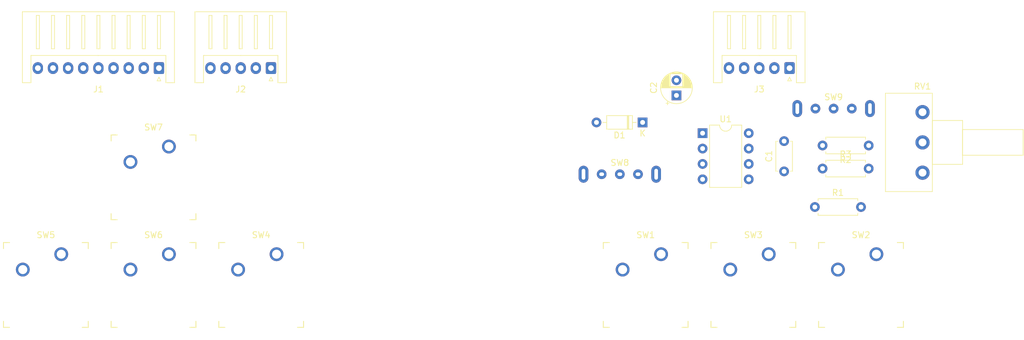
<source format=kicad_pcb>
(kicad_pcb (version 20240108) (generator "pcbnew") (generator_version "8.0")
  (layers (0 "F.Cu" signal) (31 "B.Cu" signal) (34 "B.Paste" user) (35 "F.Paste" user) (36 "B.SilkS" user "B.Silkscreen") (37 "F.SilkS" user "F.Silkscreen") (38 "B.Mask" user) (39 "F.Mask" user) (44 "Edge.Cuts" user))
  (net 0 "")
  (net 1 "Net-(U1-CV)")
  (net 2 "GND_F")
  (net 3 "Net-(U1-THR)")
  (net 4 "Net-(D1-A)")
  (net 5 "/AUTOFIRE")
  (net 6 "/FIRE_D")
  (net 7 "VCC_D")
  (net 8 "/DOWN")
  (net 9 "GND_D")
  (net 10 "/RIGHT")
  (net 11 "/A_D")
  (net 12 "/LEFT")
  (net 13 "/UP")
  (net 14 "Net-(SW9-B)")
  (net 15 "Net-(R1-Pad1)")
  (net 16 "Net-(R3-Pad2)")
  (net 18 "Net-(SW8-B)")
  (net 20 "/B_D")
  (net 21 "VCC_F")
  (net 22 "/B_F")
  (net 23 "/A_F")
  (net 24 "/FIRE_F")
  (footprint "Kailh:SW_MX" (layer "F.Cu") (at 50.8 86.36)
    (property "Reference" "SW5" (at 0 -8.255 0) (layer "F.SilkS"))
    (property "Value" "LEFT_BTN")
    (fp_line (start -7 -6) (end -7 -7) (stroke (width 0.15)) (layer "F.SilkS"))
    (fp_line (start -7 7) (end -7 6) (stroke (width 0.15)) (layer "F.SilkS"))
    (fp_line (start -7 7) (end -6 7) (stroke (width 0.15)) (layer "F.SilkS"))
    (fp_line (start -6 -7) (end -7 -7) (stroke (width 0.15)) (layer "F.SilkS"))
    (fp_line (start 6 7) (end 7 7) (stroke (width 0.15)) (layer "F.SilkS"))
    (fp_line (start 7 -7) (end 6 -7) (stroke (width 0.15)) (layer "F.SilkS"))
    (fp_line (start 7 -7) (end 7 -6) (stroke (width 0.15)) (layer "F.SilkS"))
    (fp_line (start 7 6) (end 7 7) (stroke (width 0.15)) (layer "F.SilkS"))
    (pad "" np_thru_hole circle (at -5.08 0) (size 1.7018 1.7018) (drill 1.7018) (layers "*.Cu" "*.Mask"))
    (pad "" np_thru_hole circle (at 0 0) (size 3.9878 3.9878) (drill 3.9878) (layers "*.Cu" "*.Mask"))
    (pad "" np_thru_hole circle (at 5.08 0) (size 1.7018 1.7018) (drill 1.7018) (layers "*.Cu" "*.Mask"))
    (pad "1" thru_hole circle (at 2.54 -5.08) (size 2.286 2.286) (drill 1.4986) (layers "*.Cu" "*.Mask") (net 12 "/LEFT"))
    (pad "2" thru_hole circle (at -3.81 -2.54) (size 2.286 2.286) (drill 1.4986) (layers "*.Cu" "*.Mask") (net 9 "GND_D"))
  )
  (footprint "Connector_JST:JST_XH_S5B-XH-A_1x05_P2.50mm_Horizontal" (layer "F.Cu") (at 173.616 50.546 180)
    (property "Reference" "J3" (at 5 -3.5 360) (layer "F.SilkS"))
    (property "Value" "CONN_F")
    (fp_line (start 12.56 9.31) (end 12.56 -2.41) (stroke (width 0.12)) (layer "F.SilkS"))
    (fp_line (start 12.56 -2.41) (end 11.14 -2.41) (stroke (width 0.12)) (layer "F.SilkS"))
    (fp_line (start 11.14 2.09) (end 5 2.09) (stroke (width 0.12)) (layer "F.SilkS"))
    (fp_line (start 11.14 -2.41) (end 11.14 2.09) (stroke (width 0.12)) (layer "F.SilkS"))
    (fp_line (start 10.25 8.7) (end 10.25 3.2) (stroke (width 0.12)) (layer "F.SilkS"))
    (fp_line (start 10.25 3.2) (end 9.75 3.2) (stroke (width 0.12)) (layer "F.SilkS"))
    (fp_line (start 9.75 8.7) (end 10.25 8.7) (stroke (width 0.12)) (layer "F.SilkS"))
    (fp_line (start 9.75 3.2) (end 9.75 8.7) (stroke (width 0.12)) (layer "F.SilkS"))
    (fp_line (start 7.75 8.7) (end 7.75 3.2) (stroke (width 0.12)) (layer "F.SilkS"))
    (fp_line (start 7.75 3.2) (end 7.25 3.2) (stroke (width 0.12)) (layer "F.SilkS"))
    (fp_line (start 7.25 8.7) (end 7.75 8.7) (stroke (width 0.12)) (layer "F.SilkS"))
    (fp_line (start 7.25 3.2) (end 7.25 8.7) (stroke (width 0.12)) (layer "F.SilkS"))
    (fp_line (start 5.25 8.7) (end 5.25 3.2) (stroke (width 0.12)) (layer "F.SilkS"))
    (fp_line (start 5.25 3.2) (end 4.75 3.2) (stroke (width 0.12)) (layer "F.SilkS"))
    (fp_line (start 5 9.31) (end 12.56 9.31) (stroke (width 0.12)) (layer "F.SilkS"))
    (fp_line (start 5 9.31) (end -2.56 9.31) (stroke (width 0.12)) (layer "F.SilkS"))
    (fp_line (start 4.75 8.7) (end 5.25 8.7) (stroke (width 0.12)) (layer "F.SilkS"))
    (fp_line (start 4.75 3.2) (end 4.75 8.7) (stroke (width 0.12)) (layer "F.SilkS"))
    (fp_line (start 2.75 8.7) (end 2.75 3.2) (stroke (width 0.12)) (layer "F.SilkS"))
    (fp_line (start 2.75 3.2) (end 2.25 3.2) (stroke (width 0.12)) (layer "F.SilkS"))
    (fp_line (start 2.25 8.7) (end 2.75 8.7) (stroke (width 0.12)) (layer "F.SilkS"))
    (fp_line (start 2.25 3.2) (end 2.25 8.7) (stroke (width 0.12)) (layer "F.SilkS"))
    (fp_line (start 0.3 -2.1) (end 0 -1.5) (stroke (width 0.12)) (layer "F.SilkS"))
    (fp_line (start 0.25 8.7) (end 0.25 3.2) (stroke (width 0.12)) (layer "F.SilkS"))
    (fp_line (start 0.25 3.2) (end -0.25 3.2) (stroke (width 0.12)) (layer "F.SilkS"))
    (fp_line (start 0 -1.5) (end -0.3 -2.1) (stroke (width 0.12)) (layer "F.SilkS"))
    (fp_line (start -0.25 8.7) (end 0.25 8.7) (stroke (width 0.12)) (layer "F.SilkS"))
    (fp_line (start -0.25 3.2) (end -0.25 8.7) (stroke (width 0.12)) (layer "F.SilkS"))
    (fp_line (start -0.3 -2.1) (end 0.3 -2.1) (stroke (width 0.12)) (layer "F.SilkS"))
    (fp_line (start -1.14 2.09) (end 5 2.09) (stroke (width 0.12)) (layer "F.SilkS"))
    (fp_line (start -1.14 -2.41) (end -1.14 2.09) (stroke (width 0.12)) (layer "F.SilkS"))
    (fp_line (start -2.56 9.31) (end -2.56 -2.41) (stroke (width 0.12)) (layer "F.SilkS"))
    (fp_line (start -2.56 -2.41) (end -1.14 -2.41) (stroke (width 0.12)) (layer "F.SilkS"))
    (pad "1" thru_hole roundrect (at 0 0 180) (size 1.7 1.95) (drill 0.95) (layers "*.Cu" "*.Mask") (roundrect_rratio 0.147059) (net 24 "/FIRE_F"))
    (pad "2" thru_hole oval (at 2.5 0 180) (size 1.7 1.95) (drill 0.95) (layers "*.Cu" "*.Mask") (net 22 "/B_F"))
    (pad "3" thru_hole oval (at 5 0 180) (size 1.7 1.95) (drill 0.95) (layers "*.Cu" "*.Mask") (net 23 "/A_F"))
    (pad "4" thru_hole oval (at 7.5 0 180) (size 1.7 1.95) (drill 0.95) (layers "*.Cu" "*.Mask") (net 21 "VCC_F"))
    (pad "5" thru_hole oval (at 10 0 180) (size 1.7 1.95) (drill 0.95) (layers "*.Cu" "*.Mask") (net 2 "GND_F"))
  )
  (footprint "Kailh:SW_MX" (layer "F.Cu") (at 149.86 86.36)
    (property "Reference" "SW1" (at 0 -8.255 0) (layer "F.SilkS"))
    (property "Value" "FIRE_BTN")
    (fp_line (start -7 -6) (end -7 -7) (stroke (width 0.15)) (layer "F.SilkS"))
    (fp_line (start -7 7) (end -7 6) (stroke (width 0.15)) (layer "F.SilkS"))
    (fp_line (start -7 7) (end -6 7) (stroke (width 0.15)) (layer "F.SilkS"))
    (fp_line (start -6 -7) (end -7 -7) (stroke (width 0.15)) (layer "F.SilkS"))
    (fp_line (start 6 7) (end 7 7) (stroke (width 0.15)) (layer "F.SilkS"))
    (fp_line (start 7 -7) (end 6 -7) (stroke (width 0.15)) (layer "F.SilkS"))
    (fp_line (start 7 -7) (end 7 -6) (stroke (width 0.15)) (layer "F.SilkS"))
    (fp_line (start 7 6) (end 7 7) (stroke (width 0.15)) (layer "F.SilkS"))
    (pad "" np_thru_hole circle (at -5.08 0) (size 1.7018 1.7018) (drill 1.7018) (layers "*.Cu" "*.Mask"))
    (pad "" np_thru_hole circle (at 0 0) (size 3.9878 3.9878) (drill 3.9878) (layers "*.Cu" "*.Mask"))
    (pad "" np_thru_hole circle (at 5.08 0) (size 1.7018 1.7018) (drill 1.7018) (layers "*.Cu" "*.Mask"))
    (pad "1" thru_hole circle (at 2.54 -5.08) (size 2.286 2.286) (drill 1.4986) (layers "*.Cu" "*.Mask") (net 24 "/FIRE_F"))
    (pad "2" thru_hole circle (at -3.81 -2.54) (size 2.286 2.286) (drill 1.4986) (layers "*.Cu" "*.Mask") (net 18 "Net-(SW8-B)"))
  )
  (footprint "Kailh:SW_MX" (layer "F.Cu") (at 68.58 68.58)
    (property "Reference" "SW7" (at 0 -8.255 0) (layer "F.SilkS"))
    (property "Value" "UP_BTN")
    (fp_line (start -7 -6) (end -7 -7) (stroke (width 0.15)) (layer "F.SilkS"))
    (fp_line (start -7 7) (end -7 6) (stroke (width 0.15)) (layer "F.SilkS"))
    (fp_line (start -7 7) (end -6 7) (stroke (width 0.15)) (layer "F.SilkS"))
    (fp_line (start -6 -7) (end -7 -7) (stroke (width 0.15)) (layer "F.SilkS"))
    (fp_line (start 6 7) (end 7 7) (stroke (width 0.15)) (layer "F.SilkS"))
    (fp_line (start 7 -7) (end 6 -7) (stroke (width 0.15)) (layer "F.SilkS"))
    (fp_line (start 7 -7) (end 7 -6) (stroke (width 0.15)) (layer "F.SilkS"))
    (fp_line (start 7 6) (end 7 7) (stroke (width 0.15)) (layer "F.SilkS"))
    (pad "" np_thru_hole circle (at -5.08 0) (size 1.7018 1.7018) (drill 1.7018) (layers "*.Cu" "*.Mask"))
    (pad "" np_thru_hole circle (at 0 0) (size 3.9878 3.9878) (drill 3.9878) (layers "*.Cu" "*.Mask"))
    (pad "" np_thru_hole circle (at 5.08 0) (size 1.7018 1.7018) (drill 1.7018) (layers "*.Cu" "*.Mask"))
    (pad "1" thru_hole circle (at 2.54 -5.08) (size 2.286 2.286) (drill 1.4986) (layers "*.Cu" "*.Mask") (net 13 "/UP"))
    (pad "2" thru_hole circle (at -3.81 -2.54) (size 2.286 2.286) (drill 1.4986) (layers "*.Cu" "*.Mask") (net 9 "GND_D"))
  )
  (footprint "Connector_JST:JST_XH_S9B-XH-A_1x09_P2.50mm_Horizontal" (layer "F.Cu") (at 69.476 50.546 180)
    (property "Reference" "J1" (at 10 -3.5 0) (layer "F.SilkS"))
    (property "Value" "JOYPORT_OUT")
    (fp_line (start 22.56 9.31) (end 22.56 -2.41) (stroke (width 0.12)) (layer "F.SilkS"))
    (fp_line (start 22.56 -2.41) (end 21.14 -2.41) (stroke (width 0.12)) (layer "F.SilkS"))
    (fp_line (start 21.14 2.09) (end 10 2.09) (stroke (width 0.12)) (layer "F.SilkS"))
    (fp_line (start 21.14 -2.41) (end 21.14 2.09) (stroke (width 0.12)) (layer "F.SilkS"))
    (fp_line (start 20.25 8.7) (end 20.25 3.2) (stroke (width 0.12)) (layer "F.SilkS"))
    (fp_line (start 20.25 3.2) (end 19.75 3.2) (stroke (width 0.12)) (layer "F.SilkS"))
    (fp_line (start 19.75 8.7) (end 20.25 8.7) (stroke (width 0.12)) (layer "F.SilkS"))
    (fp_line (start 19.75 3.2) (end 19.75 8.7) (stroke (width 0.12)) (layer "F.SilkS"))
    (fp_line (start 17.75 8.7) (end 17.75 3.2) (stroke (width 0.12)) (layer "F.SilkS"))
    (fp_line (start 17.75 3.2) (end 17.25 3.2) (stroke (width 0.12)) (layer "F.SilkS"))
    (fp_line (start 17.25 8.7) (end 17.75 8.7) (stroke (width 0.12)) (layer "F.SilkS"))
    (fp_line (start 17.25 3.2) (end 17.25 8.7) (stroke (width 0.12)) (layer "F.SilkS"))
    (fp_line (start 15.25 8.7) (end 15.25 3.2) (stroke (width 0.12)) (layer "F.SilkS"))
    (fp_line (start 15.25 3.2) (end 14.75 3.2) (stroke (width 0.12)) (layer "F.SilkS"))
    (fp_line (start 14.75 8.7) (end 15.25 8.7) (stroke (width 0.12)) (layer "F.SilkS"))
    (fp_line (start 14.75 3.2) (end 14.75 8.7) (stroke (width 0.12)) (layer "F.SilkS"))
    (fp_line (start 12.75 8.7) (end 12.75 3.2) (stroke (width 0.12)) (layer "F.SilkS"))
    (fp_line (start 12.75 3.2) (end 12.25 3.2) (stroke (width 0.12)) (layer "F.SilkS"))
    (fp_line (start 12.25 8.7) (end 12.75 8.7) (stroke (width 0.12)) (layer "F.SilkS"))
    (fp_line (start 12.25 3.2) (end 12.25 8.7) (stroke (width 0.12)) (layer "F.SilkS"))
    (fp_line (start 10.25 8.7) (end 10.25 3.2) (stroke (width 0.12)) (layer "F.SilkS"))
    (fp_line (start 10.25 3.2) (end 9.75 3.2) (stroke (width 0.12)) (layer "F.SilkS"))
    (fp_line (start 10 9.31) (end 22.56 9.31) (stroke (width 0.12)) (layer "F.SilkS"))
    (fp_line (start 10 9.31) (end -2.56 9.31) (stroke (width 0.12)) (layer "F.SilkS"))
    (fp_line (start 9.75 8.7) (end 10.25 8.7) (stroke (width 0.12)) (layer "F.SilkS"))
    (fp_line (start 9.75 3.2) (end 9.75 8.7) (stroke (width 0.12)) (layer "F.SilkS"))
    (fp_line (start 7.75 8.7) (end 7.75 3.2) (stroke (width 0.12)) (layer "F.SilkS"))
    (fp_line (start 7.75 3.2) (end 7.25 3.2) (stroke (width 0.12)) (layer "F.SilkS"))
    (fp_line (start 7.25 8.7) (end 7.75 8.7) (stroke (width 0.12)) (layer "F.SilkS"))
    (fp_line (start 7.25 3.2) (end 7.25 8.7) (stroke (width 0.12)) (layer "F.SilkS"))
    (fp_line (start 5.25 8.7) (end 5.25 3.2) (stroke (width 0.12)) (layer "F.SilkS"))
    (fp_line (start 5.25 3.2) (end 4.75 3.2) (stroke (width 0.12)) (layer "F.SilkS"))
    (fp_line (start 4.75 8.7) (end 5.25 8.7) (stroke (width 0.12)) (layer "F.SilkS"))
    (fp_line (start 4.75 3.2) (end 4.75 8.7) (stroke (width 0.12)) (layer "F.SilkS"))
    (fp_line (start 2.75 8.7) (end 2.75 3.2) (stroke (width 0.12)) (layer "F.SilkS"))
    (fp_line (start 2.75 3.2) (end 2.25 3.2) (stroke (width 0.12)) (layer "F.SilkS"))
    (fp_line (start 2.25 8.7) (end 2.75 8.7) (stroke (width 0.12)) (layer "F.SilkS"))
    (fp_line (start 2.25 3.2) (end 2.25 8.7) (stroke (width 0.12)) (layer "F.SilkS"))
    (fp_line (start 0.3 -2.1) (end 0 -1.5) (stroke (width 0.12)) (layer "F.SilkS"))
    (fp_line (start 0.25 8.7) (end 0.25 3.2) (stroke (width 0.12)) (layer "F.SilkS"))
    (fp_line (start 0.25 3.2) (end -0.25 3.2) (stroke (width 0.12)) (layer "F.SilkS"))
    (fp_line (start 0 -1.5) (end -0.3 -2.1) (stroke (width 0.12)) (layer "F.SilkS"))
    (fp_line (start -0.25 8.7) (end 0.25 8.7) (stroke (width 0.12)) (layer "F.SilkS"))
    (fp_line (start -0.25 3.2) (end -0.25 8.7) (stroke (width 0.12)) (layer "F.SilkS"))
    (fp_line (start -0.3 -2.1) (end 0.3 -2.1) (stroke (width 0.12)) (layer "F.SilkS"))
    (fp_line (start -1.14 2.09) (end 10 2.09) (stroke (width 0.12)) (layer "F.SilkS"))
    (fp_line (start -1.14 -2.41) (end -1.14 2.09) (stroke (width 0.12)) (layer "F.SilkS"))
    (fp_line (start -2.56 9.31) (end -2.56 -2.41) (stroke (width 0.12)) (layer "F.SilkS"))
    (fp_line (start -2.56 -2.41) (end -1.14 -2.41) (stroke (width 0.12)) (layer "F.SilkS"))
    (pad "1" thru_hole roundrect (at 0 0 180) (size 1.7 1.95) (drill 0.95) (layers "*.Cu" "*.Mask") (roundrect_rratio 0.147059) (net 13 "/UP"))
    (pad "2" thru_hole oval (at 2.5 0 180) (size 1.7 1.95) (drill 0.95) (layers "*.Cu" "*.Mask") (net 8 "/DOWN"))
    (pad "3" thru_hole oval (at 5 0 180) (size 1.7 1.95) (drill 0.95) (layers "*.Cu" "*.Mask") (net 12 "/LEFT"))
    (pad "4" thru_hole oval (at 7.5 0 180) (size 1.7 1.95) (drill 0.95) (layers "*.Cu" "*.Mask") (net 10 "/RIGHT"))
    (pad "5" thru_hole oval (at 10 0 180) (size 1.7 1.95) (drill 0.95) (layers "*.Cu" "*.Mask") (net 20 "/B_D"))
    (pad "6" thru_hole oval (at 12.5 0 180) (size 1.7 1.95) (drill 0.95) (layers "*.Cu" "*.Mask") (net 6 "/FIRE_D"))
    (pad "7" thru_hole oval (at 15 0 180) (size 1.7 1.95) (drill 0.95) (layers "*.Cu" "*.Mask") (net 7 "VCC_D"))
    (pad "8" thru_hole oval (at 17.5 0 180) (size 1.7 1.95) (drill 0.95) (layers "*.Cu" "*.Mask") (net 9 "GND_D"))
    (pad "9" thru_hole oval (at 20 0 180) (size 1.7 1.95) (drill 0.95) (layers "*.Cu" "*.Mask") (net 11 "/A_D"))
  )
  (footprint "Resistor_THT:R_Axial_DIN0207_L6.3mm_D2.5mm_P7.62mm_Horizontal" (layer "F.Cu") (at 177.8 73.486)
    (property "Reference" "R1" (at 3.81 -2.37 0) (layer "F.SilkS"))
    (property "Value" "270")
    (fp_line (start 0.54 -1.37) (end 7.08 -1.37) (stroke (width 0.12)) (layer "F.SilkS"))
    (fp_line (start 0.54 -1.04) (end 0.54 -1.37) (stroke (width 0.12)) (layer "F.SilkS"))
    (fp_line (start 0.54 1.04) (end 0.54 1.37) (stroke (width 0.12)) (layer "F.SilkS"))
    (fp_line (start 0.54 1.37) (end 7.08 1.37) (stroke (width 0.12)) (layer "F.SilkS"))
    (fp_line (start 7.08 -1.37) (end 7.08 -1.04) (stroke (width 0.12)) (layer "F.SilkS"))
    (fp_line (start 7.08 1.37) (end 7.08 1.04) (stroke (width 0.12)) (layer "F.SilkS"))
    (pad "1" thru_hole circle (at 0 0) (size 1.6 1.6) (drill 0.8) (layers "*.Cu" "*.Mask") (net 15 "Net-(R1-Pad1)"))
    (pad "2" thru_hole oval (at 7.62 0) (size 1.6 1.6) (drill 0.8) (layers "*.Cu" "*.Mask") (net 14 "Net-(SW9-B)"))
  )
  (footprint "Kailh:SW_MX" (layer "F.Cu") (at 185.42 86.36)
    (property "Reference" "SW2" (at 0 -8.255 0) (layer "F.SilkS"))
    (property "Value" "B_BTN")
    (fp_line (start -7 -6) (end -7 -7) (stroke (width 0.15)) (layer "F.SilkS"))
    (fp_line (start -7 7) (end -7 6) (stroke (width 0.15)) (layer "F.SilkS"))
    (fp_line (start -7 7) (end -6 7) (stroke (width 0.15)) (layer "F.SilkS"))
    (fp_line (start -6 -7) (end -7 -7) (stroke (width 0.15)) (layer "F.SilkS"))
    (fp_line (start 6 7) (end 7 7) (stroke (width 0.15)) (layer "F.SilkS"))
    (fp_line (start 7 -7) (end 6 -7) (stroke (width 0.15)) (layer "F.SilkS"))
    (fp_line (start 7 -7) (end 7 -6) (stroke (width 0.15)) (layer "F.SilkS"))
    (fp_line (start 7 6) (end 7 7) (stroke (width 0.15)) (layer "F.SilkS"))
    (pad "" np_thru_hole circle (at -5.08 0) (size 1.7018 1.7018) (drill 1.7018) (layers "*.Cu" "*.Mask"))
    (pad "" np_thru_hole circle (at 0 0) (size 3.9878 3.9878) (drill 3.9878) (layers "*.Cu" "*.Mask"))
    (pad "" np_thru_hole circle (at 5.08 0) (size 1.7018 1.7018) (drill 1.7018) (layers "*.Cu" "*.Mask"))
    (pad "1" thru_hole circle (at 2.54 -5.08) (size 2.286 2.286) (drill 1.4986) (layers "*.Cu" "*.Mask") (net 22 "/B_F"))
    (pad "2" thru_hole circle (at -3.81 -2.54) (size 2.286 2.286) (drill 1.4986) (layers "*.Cu" "*.Mask") (net 15 "Net-(R1-Pad1)"))
  )
  (footprint "Amiga Joyboard:SS12T44_SLIDER_SWITCH_SPDT" (layer "F.Cu") (at 145.59 68.072)
    (property "Reference" "SW8" (at 0 -1.9 0) (layer "F.SilkS"))
    (property "Value" "AUTOFIRE_SW")
    (pad "" thru_hole oval (at -6 0) (size 1.6 2.8) (drill oval 0.6 1.8) (layers "*.Cu" "*.Mask"))
    (pad "" thru_hole oval (at 6 0) (size 1.6 2.8) (drill oval 0.6 1.8) (layers "*.Cu" "*.Mask"))
    (pad "1" thru_hole circle (at 0 0) (size 1.6 1.6) (drill oval 0.8 0.6) (layers "*.Cu" "*.Mask") (net 18 "Net-(SW8-B)"))
    (pad "2" thru_hole circle (at 3 0) (size 1.6 1.6) (drill oval 0.8 0.6) (layers "*.Cu" "*.Mask") (net 2 "GND_F"))
    (pad "3" thru_hole circle (at -3 0) (size 1.6 1.6) (drill oval 0.8 0.6) (layers "*.Cu" "*.Mask") (net 4 "Net-(D1-A)"))
  )
  (footprint "Potentiometer_THT:Potentiometer_Piher_T-16H_Single_Horizontal" (layer "F.Cu") (at 195.58 67.818)
    (property "Reference" "RV1" (at 0 -14.25 0) (layer "F.SilkS"))
    (property "Value" "100k_FREQ_POT")
    (fp_line (start -6.12 -13.12) (end -6.12 3.12) (stroke (width 0.12)) (layer "F.SilkS"))
    (fp_line (start -6.12 -13.12) (end 1.62 -13.12) (stroke (width 0.12)) (layer "F.SilkS"))
    (fp_line (start -6.12 3.12) (end 1.62 3.12) (stroke (width 0.12)) (layer "F.SilkS"))
    (fp_line (start 1.62 -13.12) (end 1.62 3.12) (stroke (width 0.12)) (layer "F.SilkS"))
    (fp_line (start 1.62 -8.62) (end 1.62 -1.38) (stroke (width 0.12)) (layer "F.SilkS"))
    (fp_line (start 1.62 -8.62) (end 6.62 -8.62) (stroke (width 0.12)) (layer "F.SilkS"))
    (fp_line (start 1.62 -1.38) (end 6.62 -1.38) (stroke (width 0.12)) (layer "F.SilkS"))
    (fp_line (start 6.62 -8.62) (end 6.62 -1.38) (stroke (width 0.12)) (layer "F.SilkS"))
    (fp_line (start 6.62 -7.12) (end 6.62 -2.88) (stroke (width 0.12)) (layer "F.SilkS"))
    (fp_line (start 6.62 -7.12) (end 16.62 -7.12) (stroke (width 0.12)) (layer "F.SilkS"))
    (fp_line (start 6.62 -2.88) (end 16.62 -2.88) (stroke (width 0.12)) (layer "F.SilkS"))
    (fp_line (start 16.62 -7.12) (end 16.62 -2.88) (stroke (width 0.12)) (layer "F.SilkS"))
    (pad "1" thru_hole circle (at 0 0) (size 2.34 2.34) (drill 1.3) (layers "*.Cu" "*.Mask"))
    (pad "2" thru_hole circle (at 0 -5) (size 2.34 2.34) (drill 1.3) (layers "*.Cu" "*.Mask") (net 16 "Net-(R3-Pad2)"))
    (pad "3" thru_hole circle (at 0 -10) (size 2.34 2.34) (drill 1.3) (layers "*.Cu" "*.Mask") (net 3 "Net-(U1-THR)"))
  )
  (footprint "Kailh:SW_MX" (layer "F.Cu") (at 167.64 86.36)
    (property "Reference" "SW3" (at 0 -8.255 0) (layer "F.SilkS"))
    (property "Value" "A_BTN")
    (fp_line (start -7 -6) (end -7 -7) (stroke (width 0.15)) (layer "F.SilkS"))
    (fp_line (start -7 7) (end -7 6) (stroke (width 0.15)) (layer "F.SilkS"))
    (fp_line (start -7 7) (end -6 7) (stroke (width 0.15)) (layer "F.SilkS"))
    (fp_line (start -6 -7) (end -7 -7) (stroke (width 0.15)) (layer "F.SilkS"))
    (fp_line (start 6 7) (end 7 7) (stroke (width 0.15)) (layer "F.SilkS"))
    (fp_line (start 7 -7) (end 6 -7) (stroke (width 0.15)) (layer "F.SilkS"))
    (fp_line (start 7 -7) (end 7 -6) (stroke (width 0.15)) (layer "F.SilkS"))
    (fp_line (start 7 6) (end 7 7) (stroke (width 0.15)) (layer "F.SilkS"))
    (pad "" np_thru_hole circle (at -5.08 0) (size 1.7018 1.7018) (drill 1.7018) (layers "*.Cu" "*.Mask"))
    (pad "" np_thru_hole circle (at 0 0) (size 3.9878 3.9878) (drill 3.9878) (layers "*.Cu" "*.Mask"))
    (pad "" np_thru_hole circle (at 5.08 0) (size 1.7018 1.7018) (drill 1.7018) (layers "*.Cu" "*.Mask"))
    (pad "1" thru_hole circle (at 2.54 -5.08) (size 2.286 2.286) (drill 1.4986) (layers "*.Cu" "*.Mask") (net 23 "/A_F"))
    (pad "2" thru_hole circle (at -3.81 -2.54) (size 2.286 2.286) (drill 1.4986) (layers "*.Cu" "*.Mask") (net 15 "Net-(R1-Pad1)"))
  )
  (footprint "Connector_JST:JST_XH_S5B-XH-A_1x05_P2.50mm_Horizontal" (layer "F.Cu") (at 87.978 50.546 180)
    (property "Reference" "J2" (at 5 -3.5 360) (layer "F.SilkS"))
    (property "Value" "CONN_D")
    (fp_line (start 12.56 9.31) (end 12.56 -2.41) (stroke (width 0.12)) (layer "F.SilkS"))
    (fp_line (start 12.56 -2.41) (end 11.14 -2.41) (stroke (width 0.12)) (layer "F.SilkS"))
    (fp_line (start 11.14 2.09) (end 5 2.09) (stroke (width 0.12)) (layer "F.SilkS"))
    (fp_line (start 11.14 -2.41) (end 11.14 2.09) (stroke (width 0.12)) (layer "F.SilkS"))
    (fp_line (start 10.25 8.7) (end 10.25 3.2) (stroke (width 0.12)) (layer "F.SilkS"))
    (fp_line (start 10.25 3.2) (end 9.75 3.2) (stroke (width 0.12)) (layer "F.SilkS"))
    (fp_line (start 9.75 8.7) (end 10.25 8.7) (stroke (width 0.12)) (layer "F.SilkS"))
    (fp_line (start 9.75 3.2) (end 9.75 8.7) (stroke (width 0.12)) (layer "F.SilkS"))
    (fp_line (start 7.75 8.7) (end 7.75 3.2) (stroke (width 0.12)) (layer "F.SilkS"))
    (fp_line (start 7.75 3.2) (end 7.25 3.2) (stroke (width 0.12)) (layer "F.SilkS"))
    (fp_line (start 7.25 8.7) (end 7.75 8.7) (stroke (width 0.12)) (layer "F.SilkS"))
    (fp_line (start 7.25 3.2) (end 7.25 8.7) (stroke (width 0.12)) (layer "F.SilkS"))
    (fp_line (start 5.25 8.7) (end 5.25 3.2) (stroke (width 0.12)) (layer "F.SilkS"))
    (fp_line (start 5.25 3.2) (end 4.75 3.2) (stroke (width 0.12)) (layer "F.SilkS"))
    (fp_line (start 5 9.31) (end 12.56 9.31) (stroke (width 0.12)) (layer "F.SilkS"))
    (fp_line (start 5 9.31) (end -2.56 9.31) (stroke (width 0.12)) (layer "F.SilkS"))
    (fp_line (start 4.75 8.7) (end 5.25 8.7) (stroke (width 0.12)) (layer "F.SilkS"))
    (fp_line (start 4.75 3.2) (end 4.75 8.7) (stroke (width 0.12)) (layer "F.SilkS"))
    (fp_line (start 2.75 8.7) (end 2.75 3.2) (stroke (width 0.12)) (layer "F.SilkS"))
    (fp_line (start 2.75 3.2) (end 2.25 3.2) (stroke (width 0.12)) (layer "F.SilkS"))
    (fp_line (start 2.25 8.7) (end 2.75 8.7) (stroke (width 0.12)) (layer "F.SilkS"))
    (fp_line (start 2.25 3.2) (end 2.25 8.7) (stroke (width 0.12)) (layer "F.SilkS"))
    (fp_line (start 0.3 -2.1) (end 0 -1.5) (stroke (width 0.12)) (layer "F.SilkS"))
    (fp_line (start 0.25 8.7) (end 0.25 3.2) (stroke (width 0.12)) (layer "F.SilkS"))
    (fp_line (start 0.25 3.2) (end -0.25 3.2) (stroke (width 0.12)) (layer "F.SilkS"))
    (fp_line (start 0 -1.5) (end -0.3 -2.1) (stroke (width 0.12)) (layer "F.SilkS"))
    (fp_line (start -0.25 8.7) (end 0.25 8.7) (stroke (width 0.12)) (layer "F.SilkS"))
    (fp_line (start -0.25 3.2) (end -0.25 8.7) (stroke (width 0.12)) (layer "F.SilkS"))
    (fp_line (start -0.3 -2.1) (end 0.3 -2.1) (stroke (width 0.12)) (layer "F.SilkS"))
    (fp_line (start -1.14 2.09) (end 5 2.09) (stroke (width 0.12)) (layer "F.SilkS"))
    (fp_line (start -1.14 -2.41) (end -1.14 2.09) (stroke (width 0.12)) (layer "F.SilkS"))
    (fp_line (start -2.56 9.31) (end -2.56 -2.41) (stroke (width 0.12)) (layer "F.SilkS"))
    (fp_line (start -2.56 -2.41) (end -1.14 -2.41) (stroke (width 0.12)) (layer "F.SilkS"))
    (pad "1" thru_hole roundrect (at 0 0 180) (size 1.7 1.95) (drill 0.95) (layers "*.Cu" "*.Mask") (roundrect_rratio 0.147059) (net 6 "/FIRE_D"))
    (pad "2" thru_hole oval (at 2.5 0 180) (size 1.7 1.95) (drill 0.95) (layers "*.Cu" "*.Mask") (net 20 "/B_D"))
    (pad "3" thru_hole oval (at 5 0 180) (size 1.7 1.95) (drill 0.95) (layers "*.Cu" "*.Mask") (net 11 "/A_D"))
    (pad "4" thru_hole oval (at 7.5 0 180) (size 1.7 1.95) (drill 0.95) (layers "*.Cu" "*.Mask") (net 7 "VCC_D"))
    (pad "5" thru_hole oval (at 10 0 180) (size 1.7 1.95) (drill 0.95) (layers "*.Cu" "*.Mask") (net 9 "GND_D"))
  )
  (footprint "Capacitor_THT:CP_Radial_D5.0mm_P2.50mm" (layer "F.Cu") (at 154.94 55.053113 90)
    (property "Reference" "C2" (at 1.25 -3.75 90) (layer "F.SilkS"))
    (property "Value" "1uF")
    (fp_line (start 1.29 -2.58) (end 1.29 2.58) (stroke (width 0.12)) (layer "F.SilkS"))
    (fp_line (start 1.25 -2.58) (end 1.25 2.58) (stroke (width 0.12)) (layer "F.SilkS"))
    (fp_line (start 1.33 -2.579) (end 1.33 2.579) (stroke (width 0.12)) (layer "F.SilkS"))
    (fp_line (start 1.37 -2.578) (end 1.37 2.578) (stroke (width 0.12)) (layer "F.SilkS"))
    (fp_line (start 1.41 -2.576) (end 1.41 2.576) (stroke (width 0.12)) (layer "F.SilkS"))
    (fp_line (start 1.45 -2.573) (end 1.45 2.573) (stroke (width 0.12)) (layer "F.SilkS"))
    (fp_line (start 1.49 -2.569) (end 1.49 -1.04) (stroke (width 0.12)) (layer "F.SilkS"))
    (fp_line (start 1.53 -2.565) (end 1.53 -1.04) (stroke (width 0.12)) (layer "F.SilkS"))
    (fp_line (start 1.57 -2.561) (end 1.57 -1.04) (stroke (width 0.12)) (layer "F.SilkS"))
    (fp_line (start 1.61 -2.556) (end 1.61 -1.04) (stroke (width 0.12)) (layer "F.SilkS"))
    (fp_line (start 1.65 -2.55) (end 1.65 -1.04) (stroke (width 0.12)) (layer "F.SilkS"))
    (fp_line (start 1.69 -2.543) (end 1.69 -1.04) (stroke (width 0.12)) (layer "F.SilkS"))
    (fp_line (start 1.73 -2.536) (end 1.73 -1.04) (stroke (width 0.12)) (layer "F.SilkS"))
    (fp_line (start 1.77 -2.528) (end 1.77 -1.04) (stroke (width 0.12)) (layer "F.SilkS"))
    (fp_line (start 1.81 -2.52) (end 1.81 -1.04) (stroke (width 0.12)) (layer "F.SilkS"))
    (fp_line (start 1.85 -2.511) (end 1.85 -1.04) (stroke (width 0.12)) (layer "F.SilkS"))
    (fp_line (start 1.89 -2.501) (end 1.89 -1.04) (stroke (width 0.12)) (layer "F.SilkS"))
    (fp_line (start 1.93 -2.491) (end 1.93 -1.04) (stroke (width 0.12)) (layer "F.SilkS"))
    (fp_line (start 1.971 -2.48) (end 1.971 -1.04) (stroke (width 0.12)) (layer "F.SilkS"))
    (fp_line (start 2.011 -2.468) (end 2.011 -1.04) (stroke (width 0.12)) (layer "F.SilkS"))
    (fp_line (start 2.051 -2.455) (end 2.051 -1.04) (stroke (width 0.12)) (layer "F.SilkS"))
    (fp_line (start 2.091 -2.442) (end 2.091 -1.04) (stroke (width 0.12)) (layer "F.SilkS"))
    (fp_line (start 2.131 -2.428) (end 2.131 -1.04) (stroke (width 0.12)) (layer "F.SilkS"))
    (fp_line (start 2.171 -2.414) (end 2.171 -1.04) (stroke (width 0.12)) (layer "F.SilkS"))
    (fp_line (start 2.211 -2.398) (end 2.211 -1.04) (stroke (width 0.12)) (layer "F.SilkS"))
    (fp_line (start 2.251 -2.382) (end 2.251 -1.04) (stroke (width 0.12)) (layer "F.SilkS"))
    (fp_line (start 2.291 -2.365) (end 2.291 -1.04) (stroke (width 0.12)) (layer "F.SilkS"))
    (fp_line (start 2.331 -2.348) (end 2.331 -1.04) (stroke (width 0.12)) (layer "F.SilkS"))
    (fp_line (start 2.371 -2.329) (end 2.371 -1.04) (stroke (width 0.12)) (layer "F.SilkS"))
    (fp_line (start 2.411 -2.31) (end 2.411 -1.04) (stroke (width 0.12)) (layer "F.SilkS"))
    (fp_line (start 2.451 -2.29) (end 2.451 -1.04) (stroke (width 0.12)) (layer "F.SilkS"))
    (fp_line (start 2.491 -2.268) (end 2.491 -1.04) (stroke (width 0.12)) (layer "F.SilkS"))
    (fp_line (start 2.531 -2.247) (end 2.531 -1.04) (stroke (width 0.12)) (layer "F.SilkS"))
    (fp_line (start 2.571 -2.224) (end 2.571 -1.04) (stroke (width 0.12)) (layer "F.SilkS"))
    (fp_line (start 2.611 -2.2) (end 2.611 -1.04) (stroke (width 0.12)) (layer "F.SilkS"))
    (fp_line (start 2.651 -2.175) (end 2.651 -1.04) (stroke (width 0.12)) (layer "F.SilkS"))
    (fp_line (start 2.691 -2.149) (end 2.691 -1.04) (stroke (width 0.12)) (layer "F.SilkS"))
    (fp_line (start 2.731 -2.122) (end 2.731 -1.04) (stroke (width 0.12)) (layer "F.SilkS"))
    (fp_line (start 2.771 -2.095) (end 2.771 -1.04) (stroke (width 0.12)) (layer "F.SilkS"))
    (fp_line (start 2.811 -2.065) (end 2.811 -1.04) (stroke (width 0.12)) (layer "F.SilkS"))
    (fp_line (start 2.851 -2.035) (end 2.851 -1.04) (stroke (width 0.12)) (layer "F.SilkS"))
    (fp_line (start 2.891 -2.004) (end 2.891 -1.04) (stroke (width 0.12)) (layer "F.SilkS"))
    (fp_line (start 2.931 -1.971) (end 2.931 -1.04) (stroke (width 0.12)) (layer "F.SilkS"))
    (fp_line (start 2.971 -1.937) (end 2.971 -1.04) (stroke (width 0.12)) (layer "F.SilkS"))
    (fp_line (start 3.011 -1.901) (end 3.011 -1.04) (stroke (width 0.12)) (layer "F.SilkS"))
    (fp_line (start 3.051 -1.864) (end 3.051 -1.04) (stroke (width 0.12)) (layer "F.SilkS"))
    (fp_line (start 3.091 -1.826) (end 3.091 -1.04) (stroke (width 0.12)) (layer "F.SilkS"))
    (fp_line (start 3.131 -1.785) (end 3.131 -1.04) (stroke (width 0.12)) (layer "F.SilkS"))
    (fp_line (start 3.171 -1.743) (end 3.171 -1.04) (stroke (width 0.12)) (layer "F.SilkS"))
    (fp_line (start -1.304775 -1.725) (end -1.304775 -1.225) (stroke (width 0.12)) (layer "F.SilkS"))
    (fp_line (start 3.211 -1.699) (end 3.211 -1.04) (stroke (width 0.12)) (layer "F.SilkS"))
    (fp_line (start 3.251 -1.653) (end 3.251 -1.04) (stroke (width 0.12)) (layer "F.SilkS"))
    (fp_line (start 3.291 -1.605) (end 3.291 -1.04) (stroke (width 0.12)) (layer "F.SilkS"))
    (fp_line (start 3.331 -1.554) (end 3.331 -1.04) (stroke (width 0.12)) (layer "F.SilkS"))
    (fp_line (start 3.371 -1.5) (end 3.371 -1.04) (stroke (width 0.12)) (layer "F.SilkS"))
    (fp_line (start -1.554775 -1.475) (end -1.054775 -1.475) (stroke (width 0.12)) (layer "F.SilkS"))
    (fp_line (start 3.411 -1.443) (end 3.411 -1.04) (stroke (width 0.12)) (layer "F.SilkS"))
    (fp_line (start 3.451 -1.383) (end 3.451 -1.04) (stroke (width 0.12)) (layer "F.SilkS"))
    (fp_line (start 3.491 -1.319) (end 3.491 -1.04) (stroke (width 0.12)) (layer "F.SilkS"))
    (fp_line (start 3.531 -1.251) (end 3.531 -1.04) (stroke (width 0.12)) (layer "F.SilkS"))
    (fp_line (start 3.571 -1.178) (end 3.571 1.178) (stroke (width 0.12)) (layer "F.SilkS"))
    (fp_line (start 3.611 -1.098) (end 3.611 1.098) (stroke (width 0.12)) (layer "F.SilkS"))
    (fp_line (start 3.651 -1.011) (end 3.651 1.011) (stroke (width 0.12)) (layer "F.SilkS"))
    (fp_line (start 3.691 -0.915) (end 3.691 0.915) (stroke (width 0.12)) (layer "F.SilkS"))
    (fp_line (start 3.731 -0.805) (end 3.731 0.805) (stroke (width 0.12)) (layer "F.SilkS"))
    (fp_line (start 3.771 -0.677) (end 3.771 0.677) (stroke (width 0.12)) (layer "F.SilkS"))
    (fp_line (start 3.811 -0.518) (end 3.811 0.518) (stroke (width 0.12)) (layer "F.SilkS"))
    (fp_line (start 3.851 -0.284) (end 3.851 0.284) (stroke (width 0.12)) (layer "F.SilkS"))
    (fp_line (start 3.531 1.04) (end 3.531 1.251) (stroke (width 0.12)) (layer "F.SilkS"))
    (fp_line (start 3.491 1.04) (end 3.491 1.319) (stroke (width 0.12)) (layer "F.SilkS"))
    (fp_line (start 3.451 1.04) (end 3.451 1.383) (stroke (width 0.12)) (layer "F.SilkS"))
    (fp_line (start 3.411 1.04) (end 3.411 1.443) (stroke (width 0.12)) (layer "F.SilkS"))
    (fp_line (start 3.371 1.04) (end 3.371 1.5) (stroke (width 0.12)) (layer "F.SilkS"))
    (fp_line (start 3.331 1.04) (end 3.331 1.554) (stroke (width 0.12)) (layer "F.SilkS"))
    (fp_line (start 3.291 1.04) (end 3.291 1.605) (stroke (width 0.12)) (layer "F.SilkS"))
    (fp_line (start 3.251 1.04) (end 3.251 1.653) (stroke (width 0.12)) (layer "F.SilkS"))
    (fp_line (start 3.211 1.04) (end 3.211 1.699) (stroke (width 0.12)) (layer "F.SilkS"))
    (fp_line (start 3.171 1.04) (end 3.171 1.743) (stroke (width 0.12)) (layer "F.SilkS"))
    (fp_line (start 3.131 1.04) (end 3.131 1.785) (stroke (width 0.12)) (layer "F.SilkS"))
    (fp_line (start 3.091 1.04) (end 3.091 1.826) (stroke (width 0.12)) (layer "F.SilkS"))
    (fp_line (start 3.051 1.04) (end 3.051 1.864) (stroke (width 0.12)) (layer "F.SilkS"))
    (fp_line (start 3.011 1.04) (end 3.011 1.901) (stroke (width 0.12)) (layer "F.SilkS"))
    (fp_line (start 2.971 1.04) (end 2.971 1.937) (stroke (width 0.12)) (layer "F.SilkS"))
    (fp_line (start 2.931 1.04) (end 2.931 1.971) (stroke (width 0.12)) (layer "F.SilkS"))
    (fp_line (start 2.891 1.04) (end 2.891 2.004) (stroke (width 0.12)) (layer "F.SilkS"))
    (fp_line (start 2.851 1.04) (end 2.851 2.035) (stroke (width 0.12)) (layer "F.SilkS"))
    (fp_line (start 2.811 1.04) (end 2.811 2.065) (stroke (width 0.12)) (layer "F.SilkS"))
    (fp_line (start 2.771 1.04) (end 2.771 2.095) (stroke (width 0.12)) (layer "F.SilkS"))
    (fp_line (start 2.731 1.04) (end 2.731 2.122) (stroke (width 0.12)) (layer "F.SilkS"))
    (fp_line (start 2.691 1.04) (end 2.691 2.149) (stroke (width 0.12)) (layer "F.SilkS"))
    (fp_line (start 2.651 1.04) (end 2.651 2.175) (stroke (width 0.12)) (layer "F.SilkS"))
    (fp_line (start 2.611 1.04) (end 2.611 2.2) (stroke (width 0.12)) (layer "F.SilkS"))
    (fp_line (start 2.571 1.04) (end 2.571 2.224) (stroke (width 0.12)) (layer "F.SilkS"))
    (fp_line (start 2.531 1.04) (end 2.531 2.247) (stroke (width 0.12)) (layer "F.SilkS"))
    (fp_line (start 2.491 1.04) (end 2.491 2.268) (stroke (width 0.12)) (layer "F.SilkS"))
    (fp_line (start 2.451 1.04) (end 2.451 2.29) (stroke (width 0.12)) (layer "F.SilkS"))
    (fp_line (start 2.411 1.04) (end 2.411 2.31) (stroke (width 0.12)) (layer "F.SilkS"))
    (fp_line (start 2.371 1.04) (end 2.371 2.329) (stroke (width 0.12)) (layer "F.SilkS"))
    (fp_line (start 2.331 1.04) (end 2.331 2.348) (stroke (width 0.12)) (layer "F.SilkS"))
    (fp_line (start 2.291 1.04) (end 2.291 2.365) (stroke (width 0.12)) (layer "F.SilkS"))
    (fp_line (start 2.251 1.04) (end 2.251 2.382) (stroke (width 0.12)) (layer "F.SilkS"))
    (fp_line (start 2.211 1.04) (end 2.211 2.398) (stroke (width 0.12)) (layer "F.SilkS"))
    (fp_line (start 2.171 1.04) (end 2.171 2.414) (stroke (width 0.12)) (layer "F.SilkS"))
    (fp_line (start 2.131 1.04) (end 2.131 2.428) (stroke (width 0.12)) (layer "F.SilkS"))
    (fp_line (start 2.091 1.04) (end 2.091 2.442) (stroke (width 0.12)) (layer "F.SilkS"))
    (fp_line (start 2.051 1.04) (end 2.051 2.455) (stroke (width 0.12)) (layer "F.SilkS"))
    (fp_line (start 2.011 1.04) (end 2.011 2.468) (stroke (width 0.12)) (layer "F.SilkS"))
    (fp_line (start 1.971 1.04) (end 1.971 2.48) (stroke (width 0.12)) (layer "F.SilkS"))
    (fp_line (start 1.93 1.04) (end 1.93 2.491) (stroke (width 0.12)) (layer "F.SilkS"))
    (fp_line (start 1.89 1.04) (end 1.89 2.501) (stroke (width 0.12)) (layer "F.SilkS"))
    (fp_line (start 1.85 1.04) (end 1.85 2.511) (stroke (width 0.12)) (layer "F.SilkS"))
    (fp_line (start 1.81 1.04) (end 1.81 2.52) (stroke (width 0.12)) (layer "F.SilkS"))
    (fp_line (start 1.77 1.04) (end 1.77 2.528) (stroke (width 0.12)) (layer "F.SilkS"))
    (fp_line (start 1.73 1.04) (end 1.73 2.536) (stroke (width 0.12)) (layer "F.SilkS"))
    (fp_line (start 1.69 1.04) (end 1.69 2.543) (stroke (width 0.12)) (layer "F.SilkS"))
    (fp_line (start 1.65 1.04) (end 1.65 2.55) (stroke (width 0.12)) (layer "F.SilkS"))
    (fp_line (start 1.61 1.04) (end 1.61 2.556) (stroke (width 0.12)) (layer "F.SilkS"))
    (fp_line (start 1.57 1.04) (end 1.57 2.561) (stroke (width 0.12)) (layer "F.SilkS"))
    (fp_line (start 1.53 1.04) (end 1.53 2.565) (stroke (width 0.12)) (layer "F.SilkS"))
    (fp_line (start 1.49 1.04) (end 1.49 2.569) (stroke (width 0.12)) (layer "F.SilkS"))
    (fp_circle (center 1.25 0) (end 3.87 0) (stroke (width 0.12)) (fill none) (layer "F.SilkS"))
    (pad "1" thru_hole rect (at 0 0 90) (size 1.6 1.6) (drill 0.8) (layers "*.Cu" "*.Mask") (net 3 "Net-(U1-THR)"))
    (pad "2" thru_hole circle (at 2.5 0 90) (size 1.6 1.6) (drill 0.8) (layers "*.Cu" "*.Mask") (net 2 "GND_F"))
  )
  (footprint "Amiga Joyboard:SS12T44_SLIDER_SWITCH_SPDT" (layer "F.Cu") (at 180.896 57.23)
    (property "Reference" "SW9" (at 0 -1.9 0) (layer "F.SilkS"))
    (property "Value" "AMIGA_C64_SW")
    (pad "" thru_hole oval (at -6 0) (size 1.6 2.8) (drill oval 0.6 1.8) (layers "*.Cu" "*.Mask"))
    (pad "" thru_hole oval (at 6 0) (size 1.6 2.8) (drill oval 0.6 1.8) (layers "*.Cu" "*.Mask"))
    (pad "1" thru_hole circle (at 0 0) (size 1.6 1.6) (drill oval 0.8 0.6) (layers "*.Cu" "*.Mask") (net 14 "Net-(SW9-B)"))
    (pad "2" thru_hole circle (at 3 0) (size 1.6 1.6) (drill oval 0.8 0.6) (layers "*.Cu" "*.Mask") (net 2 "GND_F"))
    (pad "3" thru_hole circle (at -3 0) (size 1.6 1.6) (drill oval 0.8 0.6) (layers "*.Cu" "*.Mask") (net 21 "VCC_F"))
  )
  (footprint "Kailh:SW_MX" (layer "F.Cu") (at 68.58 86.36)
    (property "Reference" "SW6" (at 0 -8.255 0) (layer "F.SilkS"))
    (property "Value" "DOWN_BTN")
    (fp_line (start -7 -6) (end -7 -7) (stroke (width 0.15)) (layer "F.SilkS"))
    (fp_line (start -7 7) (end -7 6) (stroke (width 0.15)) (layer "F.SilkS"))
    (fp_line (start -7 7) (end -6 7) (stroke (width 0.15)) (layer "F.SilkS"))
    (fp_line (start -6 -7) (end -7 -7) (stroke (width 0.15)) (layer "F.SilkS"))
    (fp_line (start 6 7) (end 7 7) (stroke (width 0.15)) (layer "F.SilkS"))
    (fp_line (start 7 -7) (end 6 -7) (stroke (width 0.15)) (layer "F.SilkS"))
    (fp_line (start 7 -7) (end 7 -6) (stroke (width 0.15)) (layer "F.SilkS"))
    (fp_line (start 7 6) (end 7 7) (stroke (width 0.15)) (layer "F.SilkS"))
    (pad "" np_thru_hole circle (at -5.08 0) (size 1.7018 1.7018) (drill 1.7018) (layers "*.Cu" "*.Mask"))
    (pad "" np_thru_hole circle (at 0 0) (size 3.9878 3.9878) (drill 3.9878) (layers "*.Cu" "*.Mask"))
    (pad "" np_thru_hole circle (at 5.08 0) (size 1.7018 1.7018) (drill 1.7018) (layers "*.Cu" "*.Mask"))
    (pad "1" thru_hole circle (at 2.54 -5.08) (size 2.286 2.286) (drill 1.4986) (layers "*.Cu" "*.Mask") (net 8 "/DOWN"))
    (pad "2" thru_hole circle (at -3.81 -2.54) (size 2.286 2.286) (drill 1.4986) (layers "*.Cu" "*.Mask") (net 9 "GND_D"))
  )
  (footprint "Resistor_THT:R_Axial_DIN0207_L6.3mm_D2.5mm_P7.62mm_Horizontal" (layer "F.Cu") (at 186.69 63.326 180)
    (property "Reference" "R2" (at 3.81 -2.37 0) (layer "F.SilkS"))
    (property "Value" "360k")
    (fp_line (start 7.08 1.37) (end 7.08 1.04) (stroke (width 0.12)) (layer "F.SilkS"))
    (fp_line (start 7.08 -1.37) (end 7.08 -1.04) (stroke (width 0.12)) (layer "F.SilkS"))
    (fp_line (start 0.54 1.37) (end 7.08 1.37) (stroke (width 0.12)) (layer "F.SilkS"))
    (fp_line (start 0.54 1.04) (end 0.54 1.37) (stroke (width 0.12)) (layer "F.SilkS"))
    (fp_line (start 0.54 -1.04) (end 0.54 -1.37) (stroke (width 0.12)) (layer "F.SilkS"))
    (fp_line (start 0.54 -1.37) (end 7.08 -1.37) (stroke (width 0.12)) (layer "F.SilkS"))
    (pad "1" thru_hole circle (at 0 0 180) (size 1.6 1.6) (drill 0.8) (layers "*.Cu" "*.Mask") (net 3 "Net-(U1-THR)"))
    (pad "2" thru_hole oval (at 7.62 0 180) (size 1.6 1.6) (drill 0.8) (layers "*.Cu" "*.Mask") (net 21 "VCC_F"))
  )
  (footprint "Diode_THT:D_DO-35_SOD27_P7.62mm_Horizontal" (layer "F.Cu") (at 149.352 59.516 180)
    (property "Reference" "D1" (at 3.81 -2.12 0) (layer "F.SilkS"))
    (property "Value" "1N4148")
    (fp_line (start 6.58 0) (end 5.93 0) (stroke (width 0.12)) (layer "F.SilkS"))
    (fp_line (start 5.93 1.12) (end 5.93 -1.12) (stroke (width 0.12)) (layer "F.SilkS"))
    (fp_line (start 5.93 -1.12) (end 1.69 -1.12) (stroke (width 0.12)) (layer "F.SilkS"))
    (fp_line (start 2.53 -1.12) (end 2.53 1.12) (stroke (width 0.12)) (layer "F.SilkS"))
    (fp_line (start 2.41 -1.12) (end 2.41 1.12) (stroke (width 0.12)) (layer "F.SilkS"))
    (fp_line (start 2.29 -1.12) (end 2.29 1.12) (stroke (width 0.12)) (layer "F.SilkS"))
    (fp_line (start 1.69 1.12) (end 5.93 1.12) (stroke (width 0.12)) (layer "F.SilkS"))
    (fp_line (start 1.69 -1.12) (end 1.69 1.12) (stroke (width 0.12)) (layer "F.SilkS"))
    (fp_line (start 1.04 0) (end 1.69 0) (stroke (width 0.12)) (layer "F.SilkS"))
    (fp_text user "K" (at 0 -1.8 0) (layer "F.SilkS"))
    (pad "1" thru_hole rect (at 0 0 180) (size 1.6 1.6) (drill 0.8) (layers "*.Cu" "*.Mask") (net 5 "/AUTOFIRE"))
    (pad "2" thru_hole oval (at 7.62 0 180) (size 1.6 1.6) (drill 0.8) (layers "*.Cu" "*.Mask") (net 4 "Net-(D1-A)"))
  )
  (footprint "Capacitor_THT:C_Disc_D4.7mm_W2.5mm_P5.00mm" (layer "F.Cu") (at 172.72 67.604 90)
    (property "Reference" "C1" (at 2.5 -2.5 90) (layer "F.SilkS"))
    (property "Value" "100nF")
    (fp_line (start 4.97 -1.37) (end 4.97 -1.055) (stroke (width 0.12)) (layer "F.SilkS"))
    (fp_line (start 0.03 -1.37) (end 4.97 -1.37) (stroke (width 0.12)) (layer "F.SilkS"))
    (fp_line (start 0.03 -1.37) (end 0.03 -1.055) (stroke (width 0.12)) (layer "F.SilkS"))
    (fp_line (start 4.97 1.055) (end 4.97 1.37) (stroke (width 0.12)) (layer "F.SilkS"))
    (fp_line (start 0.03 1.055) (end 0.03 1.37) (stroke (width 0.12)) (layer "F.SilkS"))
    (fp_line (start 0.03 1.37) (end 4.97 1.37) (stroke (width 0.12)) (layer "F.SilkS"))
    (pad "1" thru_hole circle (at 0 0 90) (size 1.6 1.6) (drill 0.8) (layers "*.Cu" "*.Mask") (net 1 "Net-(U1-CV)"))
    (pad "2" thru_hole circle (at 5 0 90) (size 1.6 1.6) (drill 0.8) (layers "*.Cu" "*.Mask") (net 2 "GND_F"))
  )
  (footprint "Package_DIP:DIP-8_W7.62mm" (layer "F.Cu") (at 159.258 61.294)
    (property "Reference" "U1" (at 3.81 -2.33 0) (layer "F.SilkS"))
    (property "Value" "NE555P")
    (fp_line (start 1.16 -1.33) (end 1.16 8.95) (stroke (width 0.12)) (layer "F.SilkS"))
    (fp_line (start 1.16 8.95) (end 6.46 8.95) (stroke (width 0.12)) (layer "F.SilkS"))
    (fp_line (start 2.81 -1.33) (end 1.16 -1.33) (stroke (width 0.12)) (layer "F.SilkS"))
    (fp_line (start 6.46 -1.33) (end 4.81 -1.33) (stroke (width 0.12)) (layer "F.SilkS"))
    (fp_line (start 6.46 8.95) (end 6.46 -1.33) (stroke (width 0.12)) (layer "F.SilkS"))
    (fp_arc (start 4.81 -1.33) (mid 3.81 -0.33) (end 2.81 -1.33) (stroke (width 0.12)) (layer "F.SilkS"))
    (pad "1" thru_hole rect (at 0 0) (size 1.6 1.6) (drill 0.8) (layers "*.Cu" "*.Mask") (net 2 "GND_F"))
    (pad "2" thru_hole oval (at 0 2.54) (size 1.6 1.6) (drill 0.8) (layers "*.Cu" "*.Mask") (net 3 "Net-(U1-THR)"))
    (pad "3" thru_hole oval (at 0 5.08) (size 1.6 1.6) (drill 0.8) (layers "*.Cu" "*.Mask") (net 5 "/AUTOFIRE"))
    (pad "4" thru_hole oval (at 0 7.62) (size 1.6 1.6) (drill 0.8) (layers "*.Cu" "*.Mask") (net 21 "VCC_F"))
    (pad "5" thru_hole oval (at 7.62 7.62) (size 1.6 1.6) (drill 0.8) (layers "*.Cu" "*.Mask") (net 1 "Net-(U1-CV)"))
    (pad "6" thru_hole oval (at 7.62 5.08) (size 1.6 1.6) (drill 0.8) (layers "*.Cu" "*.Mask") (net 3 "Net-(U1-THR)"))
    (pad "7" thru_hole oval (at 7.62 2.54) (size 1.6 1.6) (drill 0.8) (layers "*.Cu" "*.Mask"))
    (pad "8" thru_hole oval (at 7.62 0) (size 1.6 1.6) (drill 0.8) (layers "*.Cu" "*.Mask") (net 21 "VCC_F"))
  )
  (footprint "Resistor_THT:R_Axial_DIN0207_L6.3mm_D2.5mm_P7.62mm_Horizontal" (layer "F.Cu") (at 179.07 67.136)
    (property "Reference" "R3" (at 3.81 -2.37 0) (layer "F.SilkS"))
    (property "Value" "4.7K")
    (fp_line (start 0.54 -1.37) (end 7.08 -1.37) (stroke (width 0.12)) (layer "F.SilkS"))
    (fp_line (start 0.54 -1.04) (end 0.54 -1.37) (stroke (width 0.12)) (layer "F.SilkS"))
    (fp_line (start 0.54 1.04) (end 0.54 1.37) (stroke (width 0.12)) (layer "F.SilkS"))
    (fp_line (start 0.54 1.37) (end 7.08 1.37) (stroke (width 0.12)) (layer "F.SilkS"))
    (fp_line (start 7.08 -1.37) (end 7.08 -1.04) (stroke (width 0.12)) (layer "F.SilkS"))
    (fp_line (start 7.08 1.37) (end 7.08 1.04) (stroke (width 0.12)) (layer "F.SilkS"))
    (pad "1" thru_hole circle (at 0 0) (size 1.6 1.6) (drill 0.8) (layers "*.Cu" "*.Mask") (net 5 "/AUTOFIRE"))
    (pad "2" thru_hole oval (at 7.62 0) (size 1.6 1.6) (drill 0.8) (layers "*.Cu" "*.Mask") (net 16 "Net-(R3-Pad2)"))
  )
  (footprint "Kailh:SW_MX" (layer "F.Cu") (at 86.36 86.36)
    (property "Reference" "SW4" (at 0 -8.255 0) (layer "F.SilkS"))
    (property "Value" "RIGHT_BTN")
    (fp_line (start -7 -6) (end -7 -7) (stroke (width 0.15)) (layer "F.SilkS"))
    (fp_line (start -7 7) (end -7 6) (stroke (width 0.15)) (layer "F.SilkS"))
    (fp_line (start -7 7) (end -6 7) (stroke (width 0.15)) (layer "F.SilkS"))
    (fp_line (start -6 -7) (end -7 -7) (stroke (width 0.15)) (layer "F.SilkS"))
    (fp_line (start 6 7) (end 7 7) (stroke (width 0.15)) (layer "F.SilkS"))
    (fp_line (start 7 -7) (end 6 -7) (stroke (width 0.15)) (layer "F.SilkS"))
    (fp_line (start 7 -7) (end 7 -6) (stroke (width 0.15)) (layer "F.SilkS"))
    (fp_line (start 7 6) (end 7 7) (stroke (width 0.15)) (layer "F.SilkS"))
    (pad "" np_thru_hole circle (at -5.08 0) (size 1.7018 1.7018) (drill 1.7018) (layers "*.Cu" "*.Mask"))
    (pad "" np_thru_hole circle (at 0 0) (size 3.9878 3.9878) (drill 3.9878) (layers "*.Cu" "*.Mask"))
    (pad "" np_thru_hole circle (at 5.08 0) (size 1.7018 1.7018) (drill 1.7018) (layers "*.Cu" "*.Mask"))
    (pad "1" thru_hole circle (at 2.54 -5.08) (size 2.286 2.286) (drill 1.4986) (layers "*.Cu" "*.Mask") (net 10 "/RIGHT"))
    (pad "2" thru_hole circle (at -3.81 -2.54) (size 2.286 2.286) (drill 1.4986) (layers "*.Cu" "*.Mask") (net 9 "GND_D"))
  )
)
</source>
